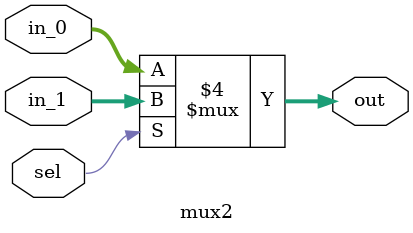
<source format=sv>

module mux2
#(parameter N = 8)
(
    input logic [N-1:0] in_0, in_1,
    input logic         sel,
    output logic [N-1:0] out
);


// assign out = sel ? in_0 : in_1;

always_comb 
begin 
    if (!sel) // sel == 0
        out = in_0;
    else 
        out = in_1;
end

endmodule

</source>
